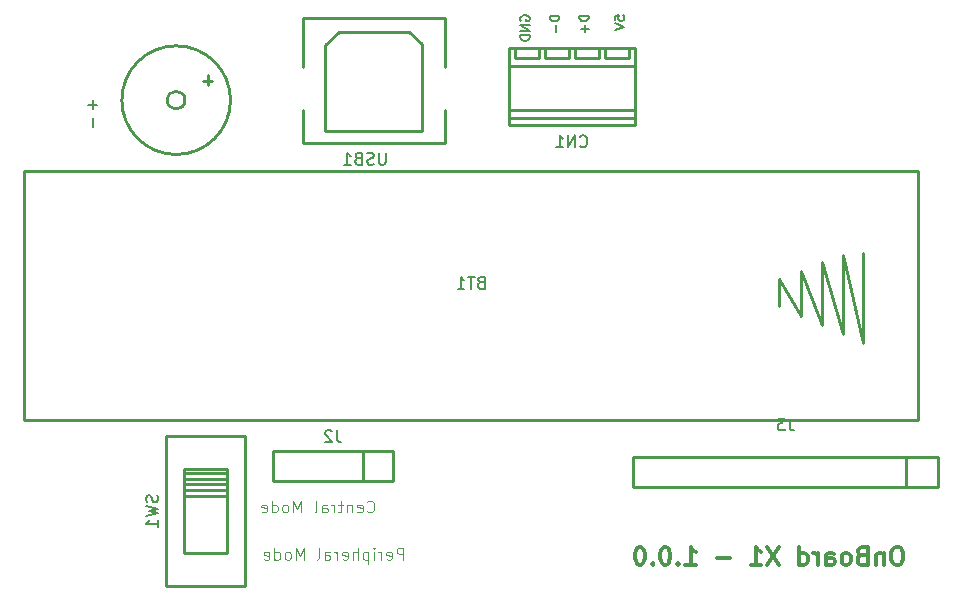
<source format=gbr>
%TF.GenerationSoftware,KiCad,Pcbnew,8.0.1*%
%TF.CreationDate,2024-04-01T02:15:42+02:00*%
%TF.ProjectId,ef_hbmob,65665f68-626d-46f6-922e-6b696361645f,rev?*%
%TF.SameCoordinates,Original*%
%TF.FileFunction,Legend,Bot*%
%TF.FilePolarity,Positive*%
%FSLAX46Y46*%
G04 Gerber Fmt 4.6, Leading zero omitted, Abs format (unit mm)*
G04 Created by KiCad (PCBNEW 8.0.1) date 2024-04-01 02:15:42*
%MOMM*%
%LPD*%
G01*
G04 APERTURE LIST*
%ADD10C,0.200000*%
%ADD11C,0.300000*%
%ADD12C,0.100000*%
%ADD13C,0.150000*%
%ADD14C,0.250000*%
G04 APERTURE END LIST*
D10*
X106591695Y-42703006D02*
X106591695Y-42322054D01*
X106591695Y-42322054D02*
X106972647Y-42283958D01*
X106972647Y-42283958D02*
X106934552Y-42322054D01*
X106934552Y-42322054D02*
X106896457Y-42398244D01*
X106896457Y-42398244D02*
X106896457Y-42588720D01*
X106896457Y-42588720D02*
X106934552Y-42664911D01*
X106934552Y-42664911D02*
X106972647Y-42703006D01*
X106972647Y-42703006D02*
X107048838Y-42741101D01*
X107048838Y-42741101D02*
X107239314Y-42741101D01*
X107239314Y-42741101D02*
X107315504Y-42703006D01*
X107315504Y-42703006D02*
X107353600Y-42664911D01*
X107353600Y-42664911D02*
X107391695Y-42588720D01*
X107391695Y-42588720D02*
X107391695Y-42398244D01*
X107391695Y-42398244D02*
X107353600Y-42322054D01*
X107353600Y-42322054D02*
X107315504Y-42283958D01*
X106591695Y-42969673D02*
X107391695Y-43236340D01*
X107391695Y-43236340D02*
X106591695Y-43503006D01*
X104391695Y-42322054D02*
X103591695Y-42322054D01*
X103591695Y-42322054D02*
X103591695Y-42512530D01*
X103591695Y-42512530D02*
X103629790Y-42626816D01*
X103629790Y-42626816D02*
X103705980Y-42703006D01*
X103705980Y-42703006D02*
X103782171Y-42741101D01*
X103782171Y-42741101D02*
X103934552Y-42779197D01*
X103934552Y-42779197D02*
X104048838Y-42779197D01*
X104048838Y-42779197D02*
X104201219Y-42741101D01*
X104201219Y-42741101D02*
X104277409Y-42703006D01*
X104277409Y-42703006D02*
X104353600Y-42626816D01*
X104353600Y-42626816D02*
X104391695Y-42512530D01*
X104391695Y-42512530D02*
X104391695Y-42322054D01*
X104086933Y-43122054D02*
X104086933Y-43731578D01*
X104391695Y-43426816D02*
X103782171Y-43426816D01*
X101891695Y-42322054D02*
X101091695Y-42322054D01*
X101091695Y-42322054D02*
X101091695Y-42512530D01*
X101091695Y-42512530D02*
X101129790Y-42626816D01*
X101129790Y-42626816D02*
X101205980Y-42703006D01*
X101205980Y-42703006D02*
X101282171Y-42741101D01*
X101282171Y-42741101D02*
X101434552Y-42779197D01*
X101434552Y-42779197D02*
X101548838Y-42779197D01*
X101548838Y-42779197D02*
X101701219Y-42741101D01*
X101701219Y-42741101D02*
X101777409Y-42703006D01*
X101777409Y-42703006D02*
X101853600Y-42626816D01*
X101853600Y-42626816D02*
X101891695Y-42512530D01*
X101891695Y-42512530D02*
X101891695Y-42322054D01*
X101586933Y-43122054D02*
X101586933Y-43731578D01*
X98629790Y-42741101D02*
X98591695Y-42664911D01*
X98591695Y-42664911D02*
X98591695Y-42550625D01*
X98591695Y-42550625D02*
X98629790Y-42436339D01*
X98629790Y-42436339D02*
X98705980Y-42360149D01*
X98705980Y-42360149D02*
X98782171Y-42322054D01*
X98782171Y-42322054D02*
X98934552Y-42283958D01*
X98934552Y-42283958D02*
X99048838Y-42283958D01*
X99048838Y-42283958D02*
X99201219Y-42322054D01*
X99201219Y-42322054D02*
X99277409Y-42360149D01*
X99277409Y-42360149D02*
X99353600Y-42436339D01*
X99353600Y-42436339D02*
X99391695Y-42550625D01*
X99391695Y-42550625D02*
X99391695Y-42626816D01*
X99391695Y-42626816D02*
X99353600Y-42741101D01*
X99353600Y-42741101D02*
X99315504Y-42779197D01*
X99315504Y-42779197D02*
X99048838Y-42779197D01*
X99048838Y-42779197D02*
X99048838Y-42626816D01*
X99391695Y-43122054D02*
X98591695Y-43122054D01*
X98591695Y-43122054D02*
X99391695Y-43579197D01*
X99391695Y-43579197D02*
X98591695Y-43579197D01*
X99391695Y-43960149D02*
X98591695Y-43960149D01*
X98591695Y-43960149D02*
X98591695Y-44150625D01*
X98591695Y-44150625D02*
X98629790Y-44264911D01*
X98629790Y-44264911D02*
X98705980Y-44341101D01*
X98705980Y-44341101D02*
X98782171Y-44379196D01*
X98782171Y-44379196D02*
X98934552Y-44417292D01*
X98934552Y-44417292D02*
X99048838Y-44417292D01*
X99048838Y-44417292D02*
X99201219Y-44379196D01*
X99201219Y-44379196D02*
X99277409Y-44341101D01*
X99277409Y-44341101D02*
X99353600Y-44264911D01*
X99353600Y-44264911D02*
X99391695Y-44150625D01*
X99391695Y-44150625D02*
X99391695Y-43960149D01*
D11*
X130659774Y-87300828D02*
X130374060Y-87300828D01*
X130374060Y-87300828D02*
X130231203Y-87372257D01*
X130231203Y-87372257D02*
X130088346Y-87515114D01*
X130088346Y-87515114D02*
X130016917Y-87800828D01*
X130016917Y-87800828D02*
X130016917Y-88300828D01*
X130016917Y-88300828D02*
X130088346Y-88586542D01*
X130088346Y-88586542D02*
X130231203Y-88729400D01*
X130231203Y-88729400D02*
X130374060Y-88800828D01*
X130374060Y-88800828D02*
X130659774Y-88800828D01*
X130659774Y-88800828D02*
X130802632Y-88729400D01*
X130802632Y-88729400D02*
X130945489Y-88586542D01*
X130945489Y-88586542D02*
X131016917Y-88300828D01*
X131016917Y-88300828D02*
X131016917Y-87800828D01*
X131016917Y-87800828D02*
X130945489Y-87515114D01*
X130945489Y-87515114D02*
X130802632Y-87372257D01*
X130802632Y-87372257D02*
X130659774Y-87300828D01*
X129374060Y-87800828D02*
X129374060Y-88800828D01*
X129374060Y-87943685D02*
X129302631Y-87872257D01*
X129302631Y-87872257D02*
X129159774Y-87800828D01*
X129159774Y-87800828D02*
X128945488Y-87800828D01*
X128945488Y-87800828D02*
X128802631Y-87872257D01*
X128802631Y-87872257D02*
X128731203Y-88015114D01*
X128731203Y-88015114D02*
X128731203Y-88800828D01*
X127516917Y-88015114D02*
X127302631Y-88086542D01*
X127302631Y-88086542D02*
X127231202Y-88157971D01*
X127231202Y-88157971D02*
X127159774Y-88300828D01*
X127159774Y-88300828D02*
X127159774Y-88515114D01*
X127159774Y-88515114D02*
X127231202Y-88657971D01*
X127231202Y-88657971D02*
X127302631Y-88729400D01*
X127302631Y-88729400D02*
X127445488Y-88800828D01*
X127445488Y-88800828D02*
X128016917Y-88800828D01*
X128016917Y-88800828D02*
X128016917Y-87300828D01*
X128016917Y-87300828D02*
X127516917Y-87300828D01*
X127516917Y-87300828D02*
X127374060Y-87372257D01*
X127374060Y-87372257D02*
X127302631Y-87443685D01*
X127302631Y-87443685D02*
X127231202Y-87586542D01*
X127231202Y-87586542D02*
X127231202Y-87729400D01*
X127231202Y-87729400D02*
X127302631Y-87872257D01*
X127302631Y-87872257D02*
X127374060Y-87943685D01*
X127374060Y-87943685D02*
X127516917Y-88015114D01*
X127516917Y-88015114D02*
X128016917Y-88015114D01*
X126302631Y-88800828D02*
X126445488Y-88729400D01*
X126445488Y-88729400D02*
X126516917Y-88657971D01*
X126516917Y-88657971D02*
X126588345Y-88515114D01*
X126588345Y-88515114D02*
X126588345Y-88086542D01*
X126588345Y-88086542D02*
X126516917Y-87943685D01*
X126516917Y-87943685D02*
X126445488Y-87872257D01*
X126445488Y-87872257D02*
X126302631Y-87800828D01*
X126302631Y-87800828D02*
X126088345Y-87800828D01*
X126088345Y-87800828D02*
X125945488Y-87872257D01*
X125945488Y-87872257D02*
X125874060Y-87943685D01*
X125874060Y-87943685D02*
X125802631Y-88086542D01*
X125802631Y-88086542D02*
X125802631Y-88515114D01*
X125802631Y-88515114D02*
X125874060Y-88657971D01*
X125874060Y-88657971D02*
X125945488Y-88729400D01*
X125945488Y-88729400D02*
X126088345Y-88800828D01*
X126088345Y-88800828D02*
X126302631Y-88800828D01*
X124516917Y-88800828D02*
X124516917Y-88015114D01*
X124516917Y-88015114D02*
X124588345Y-87872257D01*
X124588345Y-87872257D02*
X124731202Y-87800828D01*
X124731202Y-87800828D02*
X125016917Y-87800828D01*
X125016917Y-87800828D02*
X125159774Y-87872257D01*
X124516917Y-88729400D02*
X124659774Y-88800828D01*
X124659774Y-88800828D02*
X125016917Y-88800828D01*
X125016917Y-88800828D02*
X125159774Y-88729400D01*
X125159774Y-88729400D02*
X125231202Y-88586542D01*
X125231202Y-88586542D02*
X125231202Y-88443685D01*
X125231202Y-88443685D02*
X125159774Y-88300828D01*
X125159774Y-88300828D02*
X125016917Y-88229400D01*
X125016917Y-88229400D02*
X124659774Y-88229400D01*
X124659774Y-88229400D02*
X124516917Y-88157971D01*
X123802631Y-88800828D02*
X123802631Y-87800828D01*
X123802631Y-88086542D02*
X123731202Y-87943685D01*
X123731202Y-87943685D02*
X123659774Y-87872257D01*
X123659774Y-87872257D02*
X123516916Y-87800828D01*
X123516916Y-87800828D02*
X123374059Y-87800828D01*
X122231203Y-88800828D02*
X122231203Y-87300828D01*
X122231203Y-88729400D02*
X122374060Y-88800828D01*
X122374060Y-88800828D02*
X122659774Y-88800828D01*
X122659774Y-88800828D02*
X122802631Y-88729400D01*
X122802631Y-88729400D02*
X122874060Y-88657971D01*
X122874060Y-88657971D02*
X122945488Y-88515114D01*
X122945488Y-88515114D02*
X122945488Y-88086542D01*
X122945488Y-88086542D02*
X122874060Y-87943685D01*
X122874060Y-87943685D02*
X122802631Y-87872257D01*
X122802631Y-87872257D02*
X122659774Y-87800828D01*
X122659774Y-87800828D02*
X122374060Y-87800828D01*
X122374060Y-87800828D02*
X122231203Y-87872257D01*
X120516917Y-87300828D02*
X119516917Y-88800828D01*
X119516917Y-87300828D02*
X120516917Y-88800828D01*
X118159774Y-88800828D02*
X119016917Y-88800828D01*
X118588346Y-88800828D02*
X118588346Y-87300828D01*
X118588346Y-87300828D02*
X118731203Y-87515114D01*
X118731203Y-87515114D02*
X118874060Y-87657971D01*
X118874060Y-87657971D02*
X119016917Y-87729400D01*
X116374061Y-88229400D02*
X115231204Y-88229400D01*
X112588346Y-88800828D02*
X113445489Y-88800828D01*
X113016918Y-88800828D02*
X113016918Y-87300828D01*
X113016918Y-87300828D02*
X113159775Y-87515114D01*
X113159775Y-87515114D02*
X113302632Y-87657971D01*
X113302632Y-87657971D02*
X113445489Y-87729400D01*
X111945490Y-88657971D02*
X111874061Y-88729400D01*
X111874061Y-88729400D02*
X111945490Y-88800828D01*
X111945490Y-88800828D02*
X112016918Y-88729400D01*
X112016918Y-88729400D02*
X111945490Y-88657971D01*
X111945490Y-88657971D02*
X111945490Y-88800828D01*
X110945489Y-87300828D02*
X110802632Y-87300828D01*
X110802632Y-87300828D02*
X110659775Y-87372257D01*
X110659775Y-87372257D02*
X110588347Y-87443685D01*
X110588347Y-87443685D02*
X110516918Y-87586542D01*
X110516918Y-87586542D02*
X110445489Y-87872257D01*
X110445489Y-87872257D02*
X110445489Y-88229400D01*
X110445489Y-88229400D02*
X110516918Y-88515114D01*
X110516918Y-88515114D02*
X110588347Y-88657971D01*
X110588347Y-88657971D02*
X110659775Y-88729400D01*
X110659775Y-88729400D02*
X110802632Y-88800828D01*
X110802632Y-88800828D02*
X110945489Y-88800828D01*
X110945489Y-88800828D02*
X111088347Y-88729400D01*
X111088347Y-88729400D02*
X111159775Y-88657971D01*
X111159775Y-88657971D02*
X111231204Y-88515114D01*
X111231204Y-88515114D02*
X111302632Y-88229400D01*
X111302632Y-88229400D02*
X111302632Y-87872257D01*
X111302632Y-87872257D02*
X111231204Y-87586542D01*
X111231204Y-87586542D02*
X111159775Y-87443685D01*
X111159775Y-87443685D02*
X111088347Y-87372257D01*
X111088347Y-87372257D02*
X110945489Y-87300828D01*
X109802633Y-88657971D02*
X109731204Y-88729400D01*
X109731204Y-88729400D02*
X109802633Y-88800828D01*
X109802633Y-88800828D02*
X109874061Y-88729400D01*
X109874061Y-88729400D02*
X109802633Y-88657971D01*
X109802633Y-88657971D02*
X109802633Y-88800828D01*
X108802632Y-87300828D02*
X108659775Y-87300828D01*
X108659775Y-87300828D02*
X108516918Y-87372257D01*
X108516918Y-87372257D02*
X108445490Y-87443685D01*
X108445490Y-87443685D02*
X108374061Y-87586542D01*
X108374061Y-87586542D02*
X108302632Y-87872257D01*
X108302632Y-87872257D02*
X108302632Y-88229400D01*
X108302632Y-88229400D02*
X108374061Y-88515114D01*
X108374061Y-88515114D02*
X108445490Y-88657971D01*
X108445490Y-88657971D02*
X108516918Y-88729400D01*
X108516918Y-88729400D02*
X108659775Y-88800828D01*
X108659775Y-88800828D02*
X108802632Y-88800828D01*
X108802632Y-88800828D02*
X108945490Y-88729400D01*
X108945490Y-88729400D02*
X109016918Y-88657971D01*
X109016918Y-88657971D02*
X109088347Y-88515114D01*
X109088347Y-88515114D02*
X109159775Y-88229400D01*
X109159775Y-88229400D02*
X109159775Y-87872257D01*
X109159775Y-87872257D02*
X109088347Y-87586542D01*
X109088347Y-87586542D02*
X109016918Y-87443685D01*
X109016918Y-87443685D02*
X108945490Y-87372257D01*
X108945490Y-87372257D02*
X108802632Y-87300828D01*
D12*
X88696115Y-88372419D02*
X88696115Y-87372419D01*
X88696115Y-87372419D02*
X88315163Y-87372419D01*
X88315163Y-87372419D02*
X88219925Y-87420038D01*
X88219925Y-87420038D02*
X88172306Y-87467657D01*
X88172306Y-87467657D02*
X88124687Y-87562895D01*
X88124687Y-87562895D02*
X88124687Y-87705752D01*
X88124687Y-87705752D02*
X88172306Y-87800990D01*
X88172306Y-87800990D02*
X88219925Y-87848609D01*
X88219925Y-87848609D02*
X88315163Y-87896228D01*
X88315163Y-87896228D02*
X88696115Y-87896228D01*
X87315163Y-88324800D02*
X87410401Y-88372419D01*
X87410401Y-88372419D02*
X87600877Y-88372419D01*
X87600877Y-88372419D02*
X87696115Y-88324800D01*
X87696115Y-88324800D02*
X87743734Y-88229561D01*
X87743734Y-88229561D02*
X87743734Y-87848609D01*
X87743734Y-87848609D02*
X87696115Y-87753371D01*
X87696115Y-87753371D02*
X87600877Y-87705752D01*
X87600877Y-87705752D02*
X87410401Y-87705752D01*
X87410401Y-87705752D02*
X87315163Y-87753371D01*
X87315163Y-87753371D02*
X87267544Y-87848609D01*
X87267544Y-87848609D02*
X87267544Y-87943847D01*
X87267544Y-87943847D02*
X87743734Y-88039085D01*
X86838972Y-88372419D02*
X86838972Y-87705752D01*
X86838972Y-87896228D02*
X86791353Y-87800990D01*
X86791353Y-87800990D02*
X86743734Y-87753371D01*
X86743734Y-87753371D02*
X86648496Y-87705752D01*
X86648496Y-87705752D02*
X86553258Y-87705752D01*
X86219924Y-88372419D02*
X86219924Y-87705752D01*
X86219924Y-87372419D02*
X86267543Y-87420038D01*
X86267543Y-87420038D02*
X86219924Y-87467657D01*
X86219924Y-87467657D02*
X86172305Y-87420038D01*
X86172305Y-87420038D02*
X86219924Y-87372419D01*
X86219924Y-87372419D02*
X86219924Y-87467657D01*
X85743734Y-87705752D02*
X85743734Y-88705752D01*
X85743734Y-87753371D02*
X85648496Y-87705752D01*
X85648496Y-87705752D02*
X85458020Y-87705752D01*
X85458020Y-87705752D02*
X85362782Y-87753371D01*
X85362782Y-87753371D02*
X85315163Y-87800990D01*
X85315163Y-87800990D02*
X85267544Y-87896228D01*
X85267544Y-87896228D02*
X85267544Y-88181942D01*
X85267544Y-88181942D02*
X85315163Y-88277180D01*
X85315163Y-88277180D02*
X85362782Y-88324800D01*
X85362782Y-88324800D02*
X85458020Y-88372419D01*
X85458020Y-88372419D02*
X85648496Y-88372419D01*
X85648496Y-88372419D02*
X85743734Y-88324800D01*
X84838972Y-88372419D02*
X84838972Y-87372419D01*
X84410401Y-88372419D02*
X84410401Y-87848609D01*
X84410401Y-87848609D02*
X84458020Y-87753371D01*
X84458020Y-87753371D02*
X84553258Y-87705752D01*
X84553258Y-87705752D02*
X84696115Y-87705752D01*
X84696115Y-87705752D02*
X84791353Y-87753371D01*
X84791353Y-87753371D02*
X84838972Y-87800990D01*
X83553258Y-88324800D02*
X83648496Y-88372419D01*
X83648496Y-88372419D02*
X83838972Y-88372419D01*
X83838972Y-88372419D02*
X83934210Y-88324800D01*
X83934210Y-88324800D02*
X83981829Y-88229561D01*
X83981829Y-88229561D02*
X83981829Y-87848609D01*
X83981829Y-87848609D02*
X83934210Y-87753371D01*
X83934210Y-87753371D02*
X83838972Y-87705752D01*
X83838972Y-87705752D02*
X83648496Y-87705752D01*
X83648496Y-87705752D02*
X83553258Y-87753371D01*
X83553258Y-87753371D02*
X83505639Y-87848609D01*
X83505639Y-87848609D02*
X83505639Y-87943847D01*
X83505639Y-87943847D02*
X83981829Y-88039085D01*
X83077067Y-88372419D02*
X83077067Y-87705752D01*
X83077067Y-87896228D02*
X83029448Y-87800990D01*
X83029448Y-87800990D02*
X82981829Y-87753371D01*
X82981829Y-87753371D02*
X82886591Y-87705752D01*
X82886591Y-87705752D02*
X82791353Y-87705752D01*
X82029448Y-88372419D02*
X82029448Y-87848609D01*
X82029448Y-87848609D02*
X82077067Y-87753371D01*
X82077067Y-87753371D02*
X82172305Y-87705752D01*
X82172305Y-87705752D02*
X82362781Y-87705752D01*
X82362781Y-87705752D02*
X82458019Y-87753371D01*
X82029448Y-88324800D02*
X82124686Y-88372419D01*
X82124686Y-88372419D02*
X82362781Y-88372419D01*
X82362781Y-88372419D02*
X82458019Y-88324800D01*
X82458019Y-88324800D02*
X82505638Y-88229561D01*
X82505638Y-88229561D02*
X82505638Y-88134323D01*
X82505638Y-88134323D02*
X82458019Y-88039085D01*
X82458019Y-88039085D02*
X82362781Y-87991466D01*
X82362781Y-87991466D02*
X82124686Y-87991466D01*
X82124686Y-87991466D02*
X82029448Y-87943847D01*
X81410400Y-88372419D02*
X81505638Y-88324800D01*
X81505638Y-88324800D02*
X81553257Y-88229561D01*
X81553257Y-88229561D02*
X81553257Y-87372419D01*
X80267542Y-88372419D02*
X80267542Y-87372419D01*
X80267542Y-87372419D02*
X79934209Y-88086704D01*
X79934209Y-88086704D02*
X79600876Y-87372419D01*
X79600876Y-87372419D02*
X79600876Y-88372419D01*
X78981828Y-88372419D02*
X79077066Y-88324800D01*
X79077066Y-88324800D02*
X79124685Y-88277180D01*
X79124685Y-88277180D02*
X79172304Y-88181942D01*
X79172304Y-88181942D02*
X79172304Y-87896228D01*
X79172304Y-87896228D02*
X79124685Y-87800990D01*
X79124685Y-87800990D02*
X79077066Y-87753371D01*
X79077066Y-87753371D02*
X78981828Y-87705752D01*
X78981828Y-87705752D02*
X78838971Y-87705752D01*
X78838971Y-87705752D02*
X78743733Y-87753371D01*
X78743733Y-87753371D02*
X78696114Y-87800990D01*
X78696114Y-87800990D02*
X78648495Y-87896228D01*
X78648495Y-87896228D02*
X78648495Y-88181942D01*
X78648495Y-88181942D02*
X78696114Y-88277180D01*
X78696114Y-88277180D02*
X78743733Y-88324800D01*
X78743733Y-88324800D02*
X78838971Y-88372419D01*
X78838971Y-88372419D02*
X78981828Y-88372419D01*
X77791352Y-88372419D02*
X77791352Y-87372419D01*
X77791352Y-88324800D02*
X77886590Y-88372419D01*
X77886590Y-88372419D02*
X78077066Y-88372419D01*
X78077066Y-88372419D02*
X78172304Y-88324800D01*
X78172304Y-88324800D02*
X78219923Y-88277180D01*
X78219923Y-88277180D02*
X78267542Y-88181942D01*
X78267542Y-88181942D02*
X78267542Y-87896228D01*
X78267542Y-87896228D02*
X78219923Y-87800990D01*
X78219923Y-87800990D02*
X78172304Y-87753371D01*
X78172304Y-87753371D02*
X78077066Y-87705752D01*
X78077066Y-87705752D02*
X77886590Y-87705752D01*
X77886590Y-87705752D02*
X77791352Y-87753371D01*
X76934209Y-88324800D02*
X77029447Y-88372419D01*
X77029447Y-88372419D02*
X77219923Y-88372419D01*
X77219923Y-88372419D02*
X77315161Y-88324800D01*
X77315161Y-88324800D02*
X77362780Y-88229561D01*
X77362780Y-88229561D02*
X77362780Y-87848609D01*
X77362780Y-87848609D02*
X77315161Y-87753371D01*
X77315161Y-87753371D02*
X77219923Y-87705752D01*
X77219923Y-87705752D02*
X77029447Y-87705752D01*
X77029447Y-87705752D02*
X76934209Y-87753371D01*
X76934209Y-87753371D02*
X76886590Y-87848609D01*
X76886590Y-87848609D02*
X76886590Y-87943847D01*
X76886590Y-87943847D02*
X77362780Y-88039085D01*
X85624687Y-84277180D02*
X85672306Y-84324800D01*
X85672306Y-84324800D02*
X85815163Y-84372419D01*
X85815163Y-84372419D02*
X85910401Y-84372419D01*
X85910401Y-84372419D02*
X86053258Y-84324800D01*
X86053258Y-84324800D02*
X86148496Y-84229561D01*
X86148496Y-84229561D02*
X86196115Y-84134323D01*
X86196115Y-84134323D02*
X86243734Y-83943847D01*
X86243734Y-83943847D02*
X86243734Y-83800990D01*
X86243734Y-83800990D02*
X86196115Y-83610514D01*
X86196115Y-83610514D02*
X86148496Y-83515276D01*
X86148496Y-83515276D02*
X86053258Y-83420038D01*
X86053258Y-83420038D02*
X85910401Y-83372419D01*
X85910401Y-83372419D02*
X85815163Y-83372419D01*
X85815163Y-83372419D02*
X85672306Y-83420038D01*
X85672306Y-83420038D02*
X85624687Y-83467657D01*
X84815163Y-84324800D02*
X84910401Y-84372419D01*
X84910401Y-84372419D02*
X85100877Y-84372419D01*
X85100877Y-84372419D02*
X85196115Y-84324800D01*
X85196115Y-84324800D02*
X85243734Y-84229561D01*
X85243734Y-84229561D02*
X85243734Y-83848609D01*
X85243734Y-83848609D02*
X85196115Y-83753371D01*
X85196115Y-83753371D02*
X85100877Y-83705752D01*
X85100877Y-83705752D02*
X84910401Y-83705752D01*
X84910401Y-83705752D02*
X84815163Y-83753371D01*
X84815163Y-83753371D02*
X84767544Y-83848609D01*
X84767544Y-83848609D02*
X84767544Y-83943847D01*
X84767544Y-83943847D02*
X85243734Y-84039085D01*
X84338972Y-83705752D02*
X84338972Y-84372419D01*
X84338972Y-83800990D02*
X84291353Y-83753371D01*
X84291353Y-83753371D02*
X84196115Y-83705752D01*
X84196115Y-83705752D02*
X84053258Y-83705752D01*
X84053258Y-83705752D02*
X83958020Y-83753371D01*
X83958020Y-83753371D02*
X83910401Y-83848609D01*
X83910401Y-83848609D02*
X83910401Y-84372419D01*
X83577067Y-83705752D02*
X83196115Y-83705752D01*
X83434210Y-83372419D02*
X83434210Y-84229561D01*
X83434210Y-84229561D02*
X83386591Y-84324800D01*
X83386591Y-84324800D02*
X83291353Y-84372419D01*
X83291353Y-84372419D02*
X83196115Y-84372419D01*
X82862781Y-84372419D02*
X82862781Y-83705752D01*
X82862781Y-83896228D02*
X82815162Y-83800990D01*
X82815162Y-83800990D02*
X82767543Y-83753371D01*
X82767543Y-83753371D02*
X82672305Y-83705752D01*
X82672305Y-83705752D02*
X82577067Y-83705752D01*
X81815162Y-84372419D02*
X81815162Y-83848609D01*
X81815162Y-83848609D02*
X81862781Y-83753371D01*
X81862781Y-83753371D02*
X81958019Y-83705752D01*
X81958019Y-83705752D02*
X82148495Y-83705752D01*
X82148495Y-83705752D02*
X82243733Y-83753371D01*
X81815162Y-84324800D02*
X81910400Y-84372419D01*
X81910400Y-84372419D02*
X82148495Y-84372419D01*
X82148495Y-84372419D02*
X82243733Y-84324800D01*
X82243733Y-84324800D02*
X82291352Y-84229561D01*
X82291352Y-84229561D02*
X82291352Y-84134323D01*
X82291352Y-84134323D02*
X82243733Y-84039085D01*
X82243733Y-84039085D02*
X82148495Y-83991466D01*
X82148495Y-83991466D02*
X81910400Y-83991466D01*
X81910400Y-83991466D02*
X81815162Y-83943847D01*
X81196114Y-84372419D02*
X81291352Y-84324800D01*
X81291352Y-84324800D02*
X81338971Y-84229561D01*
X81338971Y-84229561D02*
X81338971Y-83372419D01*
X80053256Y-84372419D02*
X80053256Y-83372419D01*
X80053256Y-83372419D02*
X79719923Y-84086704D01*
X79719923Y-84086704D02*
X79386590Y-83372419D01*
X79386590Y-83372419D02*
X79386590Y-84372419D01*
X78767542Y-84372419D02*
X78862780Y-84324800D01*
X78862780Y-84324800D02*
X78910399Y-84277180D01*
X78910399Y-84277180D02*
X78958018Y-84181942D01*
X78958018Y-84181942D02*
X78958018Y-83896228D01*
X78958018Y-83896228D02*
X78910399Y-83800990D01*
X78910399Y-83800990D02*
X78862780Y-83753371D01*
X78862780Y-83753371D02*
X78767542Y-83705752D01*
X78767542Y-83705752D02*
X78624685Y-83705752D01*
X78624685Y-83705752D02*
X78529447Y-83753371D01*
X78529447Y-83753371D02*
X78481828Y-83800990D01*
X78481828Y-83800990D02*
X78434209Y-83896228D01*
X78434209Y-83896228D02*
X78434209Y-84181942D01*
X78434209Y-84181942D02*
X78481828Y-84277180D01*
X78481828Y-84277180D02*
X78529447Y-84324800D01*
X78529447Y-84324800D02*
X78624685Y-84372419D01*
X78624685Y-84372419D02*
X78767542Y-84372419D01*
X77577066Y-84372419D02*
X77577066Y-83372419D01*
X77577066Y-84324800D02*
X77672304Y-84372419D01*
X77672304Y-84372419D02*
X77862780Y-84372419D01*
X77862780Y-84372419D02*
X77958018Y-84324800D01*
X77958018Y-84324800D02*
X78005637Y-84277180D01*
X78005637Y-84277180D02*
X78053256Y-84181942D01*
X78053256Y-84181942D02*
X78053256Y-83896228D01*
X78053256Y-83896228D02*
X78005637Y-83800990D01*
X78005637Y-83800990D02*
X77958018Y-83753371D01*
X77958018Y-83753371D02*
X77862780Y-83705752D01*
X77862780Y-83705752D02*
X77672304Y-83705752D01*
X77672304Y-83705752D02*
X77577066Y-83753371D01*
X76719923Y-84324800D02*
X76815161Y-84372419D01*
X76815161Y-84372419D02*
X77005637Y-84372419D01*
X77005637Y-84372419D02*
X77100875Y-84324800D01*
X77100875Y-84324800D02*
X77148494Y-84229561D01*
X77148494Y-84229561D02*
X77148494Y-83848609D01*
X77148494Y-83848609D02*
X77100875Y-83753371D01*
X77100875Y-83753371D02*
X77005637Y-83705752D01*
X77005637Y-83705752D02*
X76815161Y-83705752D01*
X76815161Y-83705752D02*
X76719923Y-83753371D01*
X76719923Y-83753371D02*
X76672304Y-83848609D01*
X76672304Y-83848609D02*
X76672304Y-83943847D01*
X76672304Y-83943847D02*
X77148494Y-84039085D01*
D13*
X121410490Y-76421976D02*
X121410490Y-77136261D01*
X121410490Y-77136261D02*
X121458109Y-77279118D01*
X121458109Y-77279118D02*
X121553347Y-77374357D01*
X121553347Y-77374357D02*
X121696204Y-77421976D01*
X121696204Y-77421976D02*
X121791442Y-77421976D01*
X121029537Y-76421976D02*
X120410490Y-76421976D01*
X120410490Y-76421976D02*
X120743823Y-76802928D01*
X120743823Y-76802928D02*
X120600966Y-76802928D01*
X120600966Y-76802928D02*
X120505728Y-76850547D01*
X120505728Y-76850547D02*
X120458109Y-76898166D01*
X120458109Y-76898166D02*
X120410490Y-76993404D01*
X120410490Y-76993404D02*
X120410490Y-77231499D01*
X120410490Y-77231499D02*
X120458109Y-77326737D01*
X120458109Y-77326737D02*
X120505728Y-77374357D01*
X120505728Y-77374357D02*
X120600966Y-77421976D01*
X120600966Y-77421976D02*
X120886680Y-77421976D01*
X120886680Y-77421976D02*
X120981918Y-77374357D01*
X120981918Y-77374357D02*
X121029537Y-77326737D01*
X103657633Y-53359580D02*
X103705252Y-53407200D01*
X103705252Y-53407200D02*
X103848109Y-53454819D01*
X103848109Y-53454819D02*
X103943347Y-53454819D01*
X103943347Y-53454819D02*
X104086204Y-53407200D01*
X104086204Y-53407200D02*
X104181442Y-53311961D01*
X104181442Y-53311961D02*
X104229061Y-53216723D01*
X104229061Y-53216723D02*
X104276680Y-53026247D01*
X104276680Y-53026247D02*
X104276680Y-52883390D01*
X104276680Y-52883390D02*
X104229061Y-52692914D01*
X104229061Y-52692914D02*
X104181442Y-52597676D01*
X104181442Y-52597676D02*
X104086204Y-52502438D01*
X104086204Y-52502438D02*
X103943347Y-52454819D01*
X103943347Y-52454819D02*
X103848109Y-52454819D01*
X103848109Y-52454819D02*
X103705252Y-52502438D01*
X103705252Y-52502438D02*
X103657633Y-52550057D01*
X103229061Y-53454819D02*
X103229061Y-52454819D01*
X103229061Y-52454819D02*
X102657633Y-53454819D01*
X102657633Y-53454819D02*
X102657633Y-52454819D01*
X101657633Y-53454819D02*
X102229061Y-53454819D01*
X101943347Y-53454819D02*
X101943347Y-52454819D01*
X101943347Y-52454819D02*
X102038585Y-52597676D01*
X102038585Y-52597676D02*
X102133823Y-52692914D01*
X102133823Y-52692914D02*
X102229061Y-52740533D01*
D10*
X62408423Y-50966830D02*
X62408423Y-51728735D01*
X62408423Y-49466830D02*
X62408423Y-50228735D01*
X62789376Y-49847782D02*
X62027471Y-49847782D01*
D13*
X83070490Y-77421976D02*
X83070490Y-78136261D01*
X83070490Y-78136261D02*
X83118109Y-78279118D01*
X83118109Y-78279118D02*
X83213347Y-78374357D01*
X83213347Y-78374357D02*
X83356204Y-78421976D01*
X83356204Y-78421976D02*
X83451442Y-78421976D01*
X82641918Y-77517214D02*
X82594299Y-77469595D01*
X82594299Y-77469595D02*
X82499061Y-77421976D01*
X82499061Y-77421976D02*
X82260966Y-77421976D01*
X82260966Y-77421976D02*
X82165728Y-77469595D01*
X82165728Y-77469595D02*
X82118109Y-77517214D01*
X82118109Y-77517214D02*
X82070490Y-77612452D01*
X82070490Y-77612452D02*
X82070490Y-77707690D01*
X82070490Y-77707690D02*
X82118109Y-77850547D01*
X82118109Y-77850547D02*
X82689537Y-78421976D01*
X82689537Y-78421976D02*
X82070490Y-78421976D01*
X87205251Y-53921976D02*
X87205251Y-54731499D01*
X87205251Y-54731499D02*
X87157632Y-54826737D01*
X87157632Y-54826737D02*
X87110013Y-54874357D01*
X87110013Y-54874357D02*
X87014775Y-54921976D01*
X87014775Y-54921976D02*
X86824299Y-54921976D01*
X86824299Y-54921976D02*
X86729061Y-54874357D01*
X86729061Y-54874357D02*
X86681442Y-54826737D01*
X86681442Y-54826737D02*
X86633823Y-54731499D01*
X86633823Y-54731499D02*
X86633823Y-53921976D01*
X86205251Y-54874357D02*
X86062394Y-54921976D01*
X86062394Y-54921976D02*
X85824299Y-54921976D01*
X85824299Y-54921976D02*
X85729061Y-54874357D01*
X85729061Y-54874357D02*
X85681442Y-54826737D01*
X85681442Y-54826737D02*
X85633823Y-54731499D01*
X85633823Y-54731499D02*
X85633823Y-54636261D01*
X85633823Y-54636261D02*
X85681442Y-54541023D01*
X85681442Y-54541023D02*
X85729061Y-54493404D01*
X85729061Y-54493404D02*
X85824299Y-54445785D01*
X85824299Y-54445785D02*
X86014775Y-54398166D01*
X86014775Y-54398166D02*
X86110013Y-54350547D01*
X86110013Y-54350547D02*
X86157632Y-54302928D01*
X86157632Y-54302928D02*
X86205251Y-54207690D01*
X86205251Y-54207690D02*
X86205251Y-54112452D01*
X86205251Y-54112452D02*
X86157632Y-54017214D01*
X86157632Y-54017214D02*
X86110013Y-53969595D01*
X86110013Y-53969595D02*
X86014775Y-53921976D01*
X86014775Y-53921976D02*
X85776680Y-53921976D01*
X85776680Y-53921976D02*
X85633823Y-53969595D01*
X84871918Y-54398166D02*
X84729061Y-54445785D01*
X84729061Y-54445785D02*
X84681442Y-54493404D01*
X84681442Y-54493404D02*
X84633823Y-54588642D01*
X84633823Y-54588642D02*
X84633823Y-54731499D01*
X84633823Y-54731499D02*
X84681442Y-54826737D01*
X84681442Y-54826737D02*
X84729061Y-54874357D01*
X84729061Y-54874357D02*
X84824299Y-54921976D01*
X84824299Y-54921976D02*
X85205251Y-54921976D01*
X85205251Y-54921976D02*
X85205251Y-53921976D01*
X85205251Y-53921976D02*
X84871918Y-53921976D01*
X84871918Y-53921976D02*
X84776680Y-53969595D01*
X84776680Y-53969595D02*
X84729061Y-54017214D01*
X84729061Y-54017214D02*
X84681442Y-54112452D01*
X84681442Y-54112452D02*
X84681442Y-54207690D01*
X84681442Y-54207690D02*
X84729061Y-54302928D01*
X84729061Y-54302928D02*
X84776680Y-54350547D01*
X84776680Y-54350547D02*
X84871918Y-54398166D01*
X84871918Y-54398166D02*
X85205251Y-54398166D01*
X83681442Y-54921976D02*
X84252870Y-54921976D01*
X83967156Y-54921976D02*
X83967156Y-53921976D01*
X83967156Y-53921976D02*
X84062394Y-54064833D01*
X84062394Y-54064833D02*
X84157632Y-54160071D01*
X84157632Y-54160071D02*
X84252870Y-54207690D01*
X67874357Y-82933824D02*
X67921976Y-83076681D01*
X67921976Y-83076681D02*
X67921976Y-83314776D01*
X67921976Y-83314776D02*
X67874357Y-83410014D01*
X67874357Y-83410014D02*
X67826737Y-83457633D01*
X67826737Y-83457633D02*
X67731499Y-83505252D01*
X67731499Y-83505252D02*
X67636261Y-83505252D01*
X67636261Y-83505252D02*
X67541023Y-83457633D01*
X67541023Y-83457633D02*
X67493404Y-83410014D01*
X67493404Y-83410014D02*
X67445785Y-83314776D01*
X67445785Y-83314776D02*
X67398166Y-83124300D01*
X67398166Y-83124300D02*
X67350547Y-83029062D01*
X67350547Y-83029062D02*
X67302928Y-82981443D01*
X67302928Y-82981443D02*
X67207690Y-82933824D01*
X67207690Y-82933824D02*
X67112452Y-82933824D01*
X67112452Y-82933824D02*
X67017214Y-82981443D01*
X67017214Y-82981443D02*
X66969595Y-83029062D01*
X66969595Y-83029062D02*
X66921976Y-83124300D01*
X66921976Y-83124300D02*
X66921976Y-83362395D01*
X66921976Y-83362395D02*
X66969595Y-83505252D01*
X66921976Y-83838586D02*
X67921976Y-84076681D01*
X67921976Y-84076681D02*
X67207690Y-84267157D01*
X67207690Y-84267157D02*
X67921976Y-84457633D01*
X67921976Y-84457633D02*
X66921976Y-84695729D01*
X67921976Y-85600490D02*
X67921976Y-85029062D01*
X67921976Y-85314776D02*
X66921976Y-85314776D01*
X66921976Y-85314776D02*
X67064833Y-85219538D01*
X67064833Y-85219538D02*
X67160071Y-85124300D01*
X67160071Y-85124300D02*
X67207690Y-85029062D01*
X95252871Y-64898166D02*
X95110014Y-64945785D01*
X95110014Y-64945785D02*
X95062395Y-64993404D01*
X95062395Y-64993404D02*
X95014776Y-65088642D01*
X95014776Y-65088642D02*
X95014776Y-65231499D01*
X95014776Y-65231499D02*
X95062395Y-65326737D01*
X95062395Y-65326737D02*
X95110014Y-65374357D01*
X95110014Y-65374357D02*
X95205252Y-65421976D01*
X95205252Y-65421976D02*
X95586204Y-65421976D01*
X95586204Y-65421976D02*
X95586204Y-64421976D01*
X95586204Y-64421976D02*
X95252871Y-64421976D01*
X95252871Y-64421976D02*
X95157633Y-64469595D01*
X95157633Y-64469595D02*
X95110014Y-64517214D01*
X95110014Y-64517214D02*
X95062395Y-64612452D01*
X95062395Y-64612452D02*
X95062395Y-64707690D01*
X95062395Y-64707690D02*
X95110014Y-64802928D01*
X95110014Y-64802928D02*
X95157633Y-64850547D01*
X95157633Y-64850547D02*
X95252871Y-64898166D01*
X95252871Y-64898166D02*
X95586204Y-64898166D01*
X94729061Y-64421976D02*
X94157633Y-64421976D01*
X94443347Y-65421976D02*
X94443347Y-64421976D01*
X93300490Y-65421976D02*
X93871918Y-65421976D01*
X93586204Y-65421976D02*
X93586204Y-64421976D01*
X93586204Y-64421976D02*
X93681442Y-64564833D01*
X93681442Y-64564833D02*
X93776680Y-64660071D01*
X93776680Y-64660071D02*
X93871918Y-64707690D01*
D14*
%TO.C,J3*%
X133977157Y-82237157D02*
X133977157Y-79697157D01*
X108127157Y-82237157D02*
X133977157Y-82237157D01*
X131247157Y-82237157D02*
X131247157Y-79697157D01*
X133977157Y-79697157D02*
X108177157Y-79697157D01*
X108177157Y-82237157D02*
X108177157Y-79697157D01*
%TO.C,CN1*%
X97637157Y-51567157D02*
X97637157Y-45067157D01*
X98137157Y-45067157D02*
X98137157Y-45927157D01*
X98137157Y-45927157D02*
X100167157Y-45927157D01*
X100167157Y-45927157D02*
X100167157Y-45067157D01*
X100677157Y-45067157D02*
X100677157Y-45927157D01*
X100677157Y-45927157D02*
X102707157Y-45927157D01*
X102707157Y-45927157D02*
X102707157Y-45067157D01*
X103207157Y-45067157D02*
X103207157Y-45927157D01*
X103207157Y-45927157D02*
X105247157Y-45927157D01*
X105247157Y-45927157D02*
X105247157Y-45067157D01*
X105757157Y-45067157D02*
X105757157Y-45927157D01*
X105757157Y-45927157D02*
X107787157Y-45927157D01*
X107787157Y-45927157D02*
X107787157Y-45067157D01*
X108297157Y-45067157D02*
X97637157Y-45067157D01*
X108297157Y-46547157D02*
X97637157Y-46547157D01*
X108297157Y-50277157D02*
X97637157Y-50277157D01*
X108297157Y-51017157D02*
X97637157Y-51017157D01*
X108297157Y-51567157D02*
X97637157Y-51567157D01*
X108297157Y-51567157D02*
X108297157Y-45067157D01*
%TO.C,BZ1*%
X71757157Y-47817157D02*
X72517157Y-47817157D01*
X72137157Y-48197157D02*
X72137157Y-47307157D01*
X74067157Y-49467157D02*
G75*
G02*
X64867157Y-49467157I-4600000J0D01*
G01*
X64867157Y-49467157D02*
G75*
G02*
X74067157Y-49467157I4600000J0D01*
G01*
X70217157Y-49467157D02*
G75*
G02*
X68717157Y-49467157I-750000J0D01*
G01*
X68717157Y-49467157D02*
G75*
G02*
X70217157Y-49467157I750000J0D01*
G01*
%TO.C,J2*%
X77657157Y-79197157D02*
X85257157Y-79197157D01*
X77657157Y-81737157D02*
X77657157Y-79197157D01*
X85257157Y-79197157D02*
X87817157Y-79197157D01*
X85257157Y-81737157D02*
X85257157Y-79197157D01*
X87817157Y-79197157D02*
X87817157Y-81737157D01*
X87817157Y-81737157D02*
X77657157Y-81737157D01*
%TO.C,USB1*%
X80177157Y-42517157D02*
X92217157Y-42517157D01*
X80177157Y-46677157D02*
X80177157Y-42517157D01*
X80177157Y-53117157D02*
X80177157Y-50337157D01*
X82087157Y-44827157D02*
X83227157Y-43677157D01*
X82087157Y-52087157D02*
X82087157Y-44827157D01*
X83227157Y-43677157D02*
X89197157Y-43677157D01*
X89197157Y-43677157D02*
X90257157Y-44747157D01*
X90257157Y-44747157D02*
X90257157Y-52087157D01*
X90257157Y-52087157D02*
X82087157Y-52087157D01*
X92217157Y-42517157D02*
X92217157Y-46677157D01*
X92217157Y-50337157D02*
X92217157Y-53117157D01*
X92217157Y-53117157D02*
X80177157Y-53117157D01*
%TO.C,SW1*%
X68617157Y-90617157D02*
X68617157Y-77917157D01*
X70167157Y-80717157D02*
X70167157Y-86717157D01*
X70167157Y-86587157D02*
X70167157Y-87007157D01*
X70167157Y-86817157D02*
X70167157Y-87817157D01*
X70167157Y-87817157D02*
X70667157Y-87817157D01*
X70667157Y-87817157D02*
X73767157Y-87817157D01*
X73767157Y-80717157D02*
X70167157Y-80717157D01*
X73767157Y-81027157D02*
X73767157Y-81037157D01*
X73767157Y-81037157D02*
X70167157Y-81037157D01*
X73767157Y-81507157D02*
X73767157Y-81517157D01*
X73767157Y-81517157D02*
X70167157Y-81517157D01*
X73767157Y-81987157D02*
X73767157Y-81997157D01*
X73767157Y-81997157D02*
X70167157Y-81997157D01*
X73767157Y-82467157D02*
X73767157Y-82477157D01*
X73767157Y-82477157D02*
X70167157Y-82477157D01*
X73767157Y-82957157D02*
X70167157Y-82957157D01*
X73767157Y-83007157D02*
X73767157Y-82957157D01*
X73767157Y-87817157D02*
X73767157Y-80717157D01*
X75317157Y-77917157D02*
X68617157Y-77917157D01*
X75317157Y-77917157D02*
X75317157Y-90617157D01*
X75317157Y-90617157D02*
X68617157Y-90617157D01*
%TO.C,BT1*%
X56617157Y-55427157D02*
X132317157Y-55427157D01*
X56617157Y-76507157D02*
X56617157Y-55427157D01*
X120507157Y-64567157D02*
X122407157Y-67747157D01*
X120507157Y-66857157D02*
X120507157Y-64567157D01*
X122407157Y-63937157D02*
X124187157Y-68507157D01*
X122407157Y-67747157D02*
X122407157Y-63937157D01*
X124187157Y-63177157D02*
X125967157Y-69267157D01*
X124187157Y-68507157D02*
X124187157Y-63177157D01*
X125967157Y-62537157D02*
X127617157Y-70027157D01*
X125967157Y-69267157D02*
X125967157Y-62537157D01*
X127617157Y-70027157D02*
X127617157Y-62407157D01*
X132317157Y-55427157D02*
X132317157Y-76507157D01*
X132317157Y-76507157D02*
X56617157Y-76507157D01*
%TD*%
M02*

</source>
